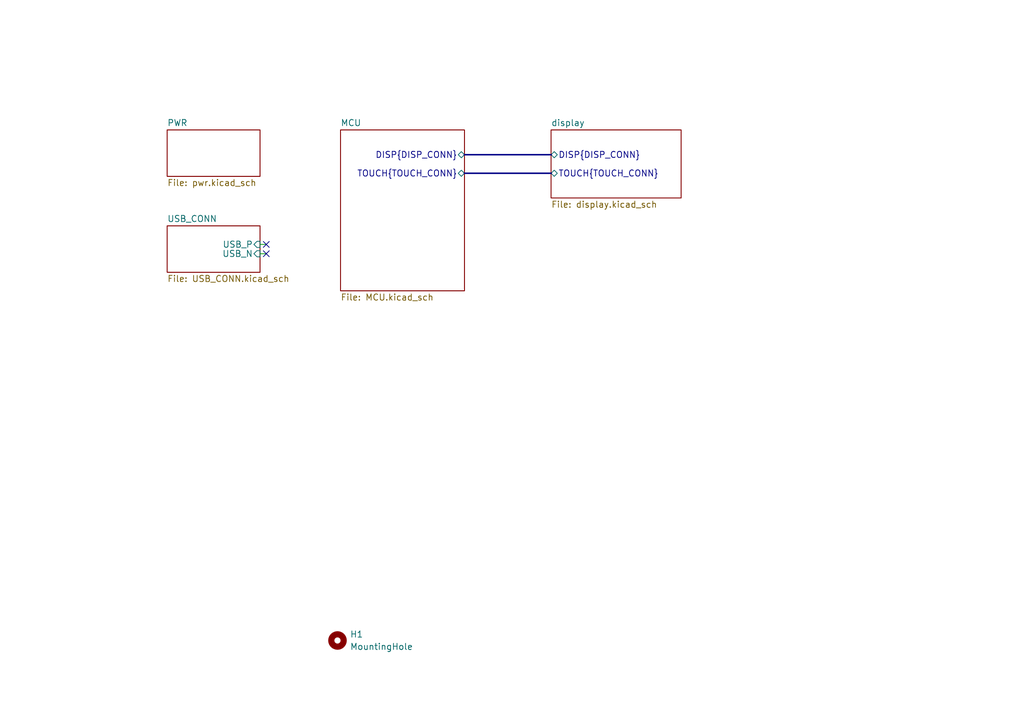
<source format=kicad_sch>
(kicad_sch (version 20211123) (generator eeschema)
  (paper "A5")
  (title_block (title "ESP32_display") (date "2022/01/07") (rev "v0.1") (company "Bzgec"))
  (lib_symbols
    (symbol "Mechanical:MountingHole" (pin_names (offset 1.016))
      (property "Reference" "H" (at 0 5.08 0))
      (property "Value" "MountingHole" (at 0 3.175 0))
      (symbol "MountingHole_0_1"
        (circle (center 0 0) (radius 1.27) (stroke (width 1.27)))
      )
    )
  )
  (no_connect (at 54.61 52.07))
  (no_connect (at 54.61 50.165))
  (wire (pts (xy 53.34 52.07) (xy 54.61 52.07)))
  (wire (pts (xy 53.34 50.165) (xy 54.61 50.165)))
  (bus (pts (xy 95.25 31.75) (xy 113.03 31.75)))
  (bus (pts (xy 95.25 35.56) (xy 113.03 35.56)))
  (symbol (lib_id "Mechanical:MountingHole") (at 69.215 131.445 0) (unit 1)
    (property "Reference" "H1" (at 71.755 130.1749 0) (effects (justify left)))
    (property "Value" "MountingHole" (at 71.755 132.7149 0) (effects (justify left)))
    (property "Footprint" "MountingHole:MountingHole_3.2mm_M3_ISO14580" (effects hide))
  )
  (sheet (at 69.85 26.67) (size 25.4 33.02)
    (property "Sheet name" "MCU" (at 69.85 25.9584 0) (effects (justify left bottom)))
    (property "Sheet file" "MCU.kicad_sch" (at 69.85 60.2746 0) (effects (justify left top)))
    (pin "DISP{DISP_CONN}" bidirectional (at 95.25 31.75 0))
    (pin "TOUCH{TOUCH_CONN}" bidirectional (at 95.25 35.56 0))
  )
  (sheet (at 34.29 26.67) (size 19.05 9.525)
    (property "Sheet name" "PWR" (at 34.29 25.9584 0) (effects (justify left bottom)))
    (property "Sheet file" "pwr.kicad_sch" (at 34.29 36.7796 0) (effects (justify left top)))
  )
  (sheet (at 113.03 26.67) (size 26.67 13.97)
    (property "Sheet name" "display" (at 113.03 25.9584 0) (effects (justify left bottom)))
    (property "Sheet file" "display.kicad_sch" (at 113.03 41.2246 0) (effects (justify left top)))
    (pin "TOUCH{TOUCH_CONN}" bidirectional (at 113.03 35.56 180))
    (pin "DISP{DISP_CONN}" bidirectional (at 113.03 31.75 180))
  )
  (sheet (at 34.29 46.355) (size 19.05 9.525) (stroke (width 0.1524))
    (property "Sheet name" "USB_CONN" (at 34.29 45.6434 0) (effects (justify left bottom)))
    (property "Sheet file" "USB_CONN.kicad_sch" (at 34.29 56.4646 0) (effects (justify left top)))
    (pin "USB_N" input (at 53.34 52.07 0))
    (pin "USB_P" input (at 53.34 50.165 0))
  )
)
</source>
